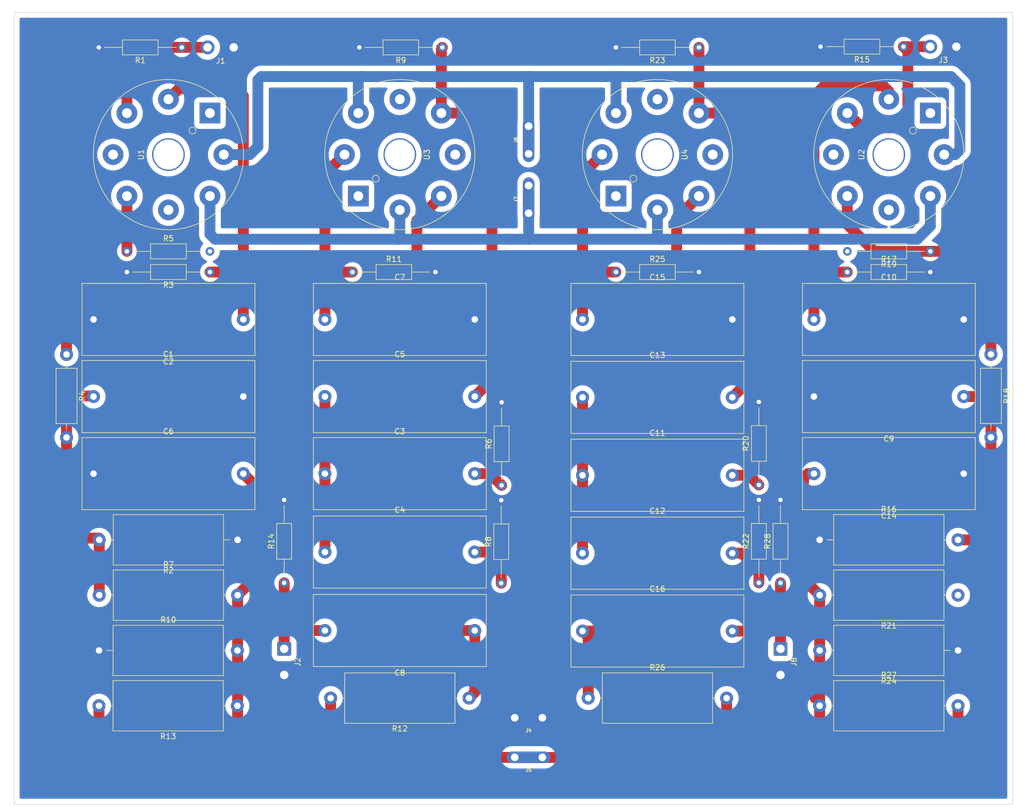
<source format=kicad_pcb>
(kicad_pcb (version 20211014) (generator pcbnew)
  (layers (0 "F.Cu" signal) (31 "B.Cu" signal) (34 "B.Paste" user) (35 "F.Paste" user) (36 "B.SilkS" user "B.Silkscreen") (37 "F.SilkS" user "F.Silkscreen") (38 "B.Mask" user) (39 "F.Mask" user) (44 "Edge.Cuts" user))
  (net 0 "")
  (net 1 "Net-(C1-Pad1)")
  (net 2 "GND")
  (net 3 "Net-(C2-Pad1)")
  (net 4 "Net-(C3-Pad1)")
  (net 5 "Net-(C3-Pad2)")
  (net 6 "Net-(C4-Pad2)")
  (net 7 "Net-(C5-Pad2)")
  (net 8 "Net-(C6-Pad2)")
  (net 9 "Net-(C7-Pad1)")
  (net 10 "Net-(C8-Pad1)")
  (net 11 "Net-(C8-Pad2)")
  (net 12 "Net-(C9-Pad1)")
  (net 13 "Net-(C10-Pad1)")
  (net 14 "Net-(C11-Pad1)")
  (net 15 "Net-(C11-Pad2)")
  (net 16 "Net-(C12-Pad2)")
  (net 17 "Net-(C13-Pad2)")
  (net 18 "Net-(C14-Pad2)")
  (net 19 "Net-(C15-Pad1)")
  (net 20 "Net-(C16-Pad1)")
  (net 21 "Net-(C16-Pad2)")
  (net 22 "Net-(J1-Pad2)")
  (net 23 "Net-(J3-Pad2)")
  (net 24 "350V")
  (net 25 "6.3Vac")
  (net 26 "0Vac")
  (net 27 "Net-(R4-Pad1)")
  (net 29 "Net-(R18-Pad1)")
  (footprint "Connector_Wire:SolderWire-0.75sqmm_1x02_P4.8mm_D1.25mm_OD2.3mm" (layer "F.Cu") (at 232.564821 31.85 180)
    (fp_text reference "J3" (at 2.4 -2.47) (layer "F.SilkS"))
    (fp_text value "In Righ")
    (pad "1" thru_hole roundrect locked (at 0 0 180) (size 2.55 2.55) (drill 1.55) (layers *.Cu *.Mask) (roundrect_rratio 0.098039) (net 2 "GND"))
    (pad "2" thru_hole circle locked (at 4.8 0 180) (size 2.55 2.55) (drill 1.55) (layers *.Cu *.Mask) (net 23 "Net-(J3-Pad2)"))
  )
  (footprint "Capacitor_THT:C_Rect_L31.5mm_W13.0mm_P27.50mm_MKS4" (layer "F.Cu") (at 233.92 96.078677 180)
    (fp_text reference "C9" (at 13.75 -7.75) (layer "F.SilkS"))
    (fp_text value "47uF/350V")
    (pad "1" thru_hole circle locked (at 0 0 180) (size 2.4 2.4) (drill 1.2) (layers *.Cu *.Mask) (net 12 "Net-(C9-Pad1)"))
    (pad "2" thru_hole circle locked (at 27.5 0 180) (size 2.4 2.4) (drill 1.2) (layers *.Cu *.Mask) (net 2 "GND"))
  )
  (footprint "Capacitor_THT:C_Rect_L31.5mm_W13.0mm_P27.50mm_MKS4" (layer "F.Cu") (at 101.67 81.926413 180)
    (fp_text reference "C2" (at 13.75 -7.75) (layer "F.SilkS"))
    (fp_text value "47Uf")
    (pad "1" thru_hole circle locked (at 0 0 180) (size 2.4 2.4) (drill 1.2) (layers *.Cu *.Mask) (net 3 "Net-(C2-Pad1)"))
    (pad "2" thru_hole circle locked (at 27.5 0 180) (size 2.4 2.4) (drill 1.2) (layers *.Cu *.Mask) (net 2 "GND"))
  )
  (footprint "Capacitor_THT:C_Rect_L31.5mm_W13.0mm_P27.50mm_MKS4" (layer "F.Cu") (at 163.94 124.830412)
    (fp_text reference "C12" (at 13.75 -7.75) (layer "F.SilkS"))
    (fp_text value "3.3nF")
    (pad "1" thru_hole circle locked (at 0 0) (size 2.4 2.4) (drill 1.2) (layers *.Cu *.Mask) (net 14 "Net-(C11-Pad1)"))
    (pad "2" thru_hole circle locked (at 27.5 0) (size 2.4 2.4) (drill 1.2) (layers *.Cu *.Mask) (net 16 "Net-(C12-Pad2)"))
  )
  (footprint "Resistor_THT:R_Axial_DIN0922_L20.0mm_D9.0mm_P25.40mm_Horizontal" (layer "F.Cu") (at 75.18 142.69)
    (fp_text reference "R10" (at 12.7 -5.62) (layer "F.SilkS"))
    (fp_text value "100K/5W")
    (pad "1" thru_hole circle locked (at 0 0) (size 2.4 2.4) (drill 1.2) (layers *.Cu *.Mask) (net 2 "GND"))
    (pad "2" thru_hole oval locked (at 25.4 0) (size 2.4 2.4) (drill 1.2) (layers *.Cu *.Mask) (net 8 "Net-(C6-Pad2)"))
  )
  (footprint "Capacitor_THT:C_Rect_L31.5mm_W13.0mm_P27.50mm_MKS4" (layer "F.Cu") (at 163.94 96.227746)
    (fp_text reference "C13" (at 13.75 -7.75) (layer "F.SilkS"))
    (fp_text value "47nf")
    (pad "1" thru_hole circle locked (at 0 0) (size 2.4 2.4) (drill 1.2) (layers *.Cu *.Mask) (net 14 "Net-(C11-Pad1)"))
    (pad "2" thru_hole circle locked (at 27.5 0) (size 2.4 2.4) (drill 1.2) (layers *.Cu *.Mask) (net 17 "Net-(C13-Pad2)"))
  )
  (footprint "Resistor_THT:R_Axial_DIN0207_L6.3mm_D2.5mm_P15.24mm_Horizontal" (layer "F.Cu") (at 95.54 73.223081 180)
    (fp_text reference "R3" (at 7.62 -2.37) (layer "F.SilkS"))
    (fp_text value "2.7K")
    (pad "1" thru_hole circle locked (at 0 0 180) (size 1.6 1.6) (drill 0.8) (layers *.Cu *.Mask) (net 3 "Net-(C2-Pad1)"))
    (pad "2" thru_hole oval locked (at 15.24 0 180) (size 1.6 1.6) (drill 0.8) (layers *.Cu *.Mask) (net 2 "GND"))
  )
  (footprint "Resistor_THT:R_Axial_DIN0207_L6.3mm_D2.5mm_P15.24mm_Horizontal" (layer "F.Cu") (at 109.17 130.28 90)
    (fp_text reference "R14" (at 7.62 -2.37 90) (layer "F.SilkS"))
    (fp_text value "1M")
    (pad "1" thru_hole circle locked (at 0 0 90) (size 1.6 1.6) (drill 0.8) (layers *.Cu *.Mask) (net 11 "Net-(C8-Pad2)"))
    (pad "2" thru_hole oval locked (at 15.24 0 90) (size 1.6 1.6) (drill 0.8) (layers *.Cu *.Mask) (net 2 "GND"))
  )
  (footprint "Resistor_THT:R_Axial_DIN0207_L6.3mm_D2.5mm_P15.24mm_Horizontal" (layer "F.Cu") (at 227.79 69.423081 180)
    (fp_text reference "R19" (at 7.62 -2.37) (layer "F.SilkS"))
    (fp_text value "200K")
    (pad "1" thru_hole circle locked (at 0 0 180) (size 1.6 1.6) (drill 0.8) (layers *.Cu *.Mask) (net 29 "Net-(R18-Pad1)"))
    (pad "2" thru_hole oval locked (at 15.24 0 180) (size 1.6 1.6) (drill 0.8) (layers *.Cu *.Mask))
  )
  (footprint "Capacitor_THT:C_Rect_L31.5mm_W13.0mm_P27.50mm_MKS4" (layer "F.Cu") (at 116.65 96.079191)
    (fp_text reference "C5" (at 13.75 -7.75) (layer "F.SilkS"))
    (fp_text value "47nf")
    (pad "1" thru_hole circle locked (at 0 0) (size 2.4 2.4) (drill 1.2) (layers *.Cu *.Mask) (net 4 "Net-(C3-Pad1)"))
    (pad "2" thru_hole circle locked (at 27.5 0) (size 2.4 2.4) (drill 1.2) (layers *.Cu *.Mask) (net 7 "Net-(C5-Pad2)"))
  )
  (footprint "Resistor_THT:R_Axial_DIN0207_L6.3mm_D2.5mm_P15.24mm_Horizontal" (layer "F.Cu") (at 90.378168 31.98 180)
    (fp_text reference "R1" (at 7.62 -2.37) (layer "F.SilkS"))
    (fp_text value "47K")
    (pad "1" thru_hole circle locked (at 0 0 180) (size 1.6 1.6) (drill 0.8) (layers *.Cu *.Mask) (net 22 "Net-(J1-Pad2)"))
    (pad "2" thru_hole oval locked (at 15.24 0 180) (size 1.6 1.6) (drill 0.8) (layers *.Cu *.Mask) (net 2 "GND"))
  )
  (footprint "Resistor_THT:R_Axial_DIN0922_L20.0mm_D9.0mm_P25.40mm_Horizontal" (layer "F.Cu") (at 100.62 122.384747 180)
    (fp_text reference "R2" (at 12.7 -5.62) (layer "F.SilkS"))
    (fp_text value "100K/5W")
    (pad "1" thru_hole circle locked (at 0 0 180) (size 2.4 2.4) (drill 1.2) (layers *.Cu *.Mask) (net 2 "GND"))
    (pad "2" thru_hole oval locked (at 25.4 0 180) (size 2.4 2.4) (drill 1.2) (layers *.Cu *.Mask) (net 1 "Net-(C1-Pad1)"))
  )
  (footprint "Valve:Valve_Octal" (layer "F.Cu") (at 122.78 59.28 -90)
    (fp_text reference "U3" (at -7.62 -12.62 90) (layer "F.SilkS"))
    (fp_text value "6J5")
    (pad "" thru_hole circle locked (at -7.62 -7.62 270) (size 6 6) (drill 5.5) (layers *.Cu *.Mask))
    (pad "1" thru_hole rect locked (at 0 0 270) (size 3.81 3.81) (drill 1.8) (layers *.Cu *.Mask))
    (pad "2" thru_hole circle locked (at 2.54 -7.62 270) (size 3.81 3.81) (drill 1.8) (layers *.Cu *.Mask) (net 26 "0Vac"))
    (pad "3" thru_hole circle locked (at 0 -15.24 270) (size 3.81 3.81) (drill 1.8) (layers *.Cu *.Mask) (net 10 "Net-(C8-Pad1)"))
    (pad "4" thru_hole circle locked (at -7.62 -17.78 270) (size 3.81 3.81) (drill 1.8) (layers *.Cu *.Mask))
    (pad "5" thru_hole circle locked (at -15.24 -15.24 270) (size 3.81 3.81) (drill 1.8) (layers *.Cu *.Mask) (net 7 "Net-(C5-Pad2)"))
    (pad "6" thru_hole circle locked (at -17.78 -7.62 270) (size 3.81 3.81) (drill 1.8) (layers *.Cu *.Mask))
    (pad "7" thru_hole circle locked (at -15.24 0 270) (size 3.81 3.81) (drill 1.8) (layers *.Cu *.Mask) (net 25 "6.3Vac"))
    (pad "8" thru_hole circle locked (at -7.62 2.54 270) (size 3.81 3.81) (drill 1.8) (layers *.Cu *.Mask) (net 9 "Net-(C7-Pad1)"))
  )
  (footprint "Resistor_THT:R_Axial_DIN0922_L20.0mm_D9.0mm_P25.40mm_Horizontal" (layer "F.Cu") (at 232.87 132.535469 180)
    (fp_text reference "R21" (at 12.7 -5.62) (layer "F.SilkS"))
    (fp_text value "10K/5W")
    (pad "1" thru_hole circle locked (at 0 0 180) (size 2.4 2.4) (drill 1.2) (layers *.Cu *.Mask) (net 12 "Net-(C9-Pad1)"))
    (pad "2" thru_hole oval locked (at 25.4 0 180) (size 2.4 2.4) (drill 1.2) (layers *.Cu *.Mask) (net 18 "Net-(C14-Pad2)"))
  )
  (footprint "Custom Library:Spade Conector 6.3mm TE_1217861" (layer "F.Cu") (at 154.045 59.88 90)
    (fp_text reference "J7" (at -0.01 -2.31 90) (layer "F.SilkS") (effects (font (size 0.640353 0.640353))))
    (fp_text value "Heater" hide)
    (pad "1" thru_hole oval (at -2.54 0 90) (size 5 2.1) (drill 1.4 (offset 1 0)) (layers *.Cu *.Mask) (net 26 "0Vac"))
    (pad "1" thru_hole oval (at 2.54 0 90) (size 5 2.1) (drill 1.4 (offset -1 0)) (layers *.Cu *.Mask) (net 26 "0Vac"))
  )
  (footprint "Resistor_THT:R_Axial_DIN0207_L6.3mm_D2.5mm_P15.24mm_Horizontal" (layer "F.Cu") (at 200.28 130.28 90)
    (fp_text reference "R28" (at 7.62 -2.37 90) (layer "F.SilkS"))
    (fp_text value "1M")
    (pad "1" thru_hole circle locked (at 0 0 90) (size 1.6 1.6) (drill 0.8) (layers *.Cu *.Mask) (net 21 "Net-(C16-Pad2)"))
    (pad "2" thru_hole oval locked (at 15.24 0 90) (size 1.6 1.6) (drill 0.8) (layers *.Cu *.Mask) (net 2 "GND"))
  )
  (footprint "Valve:Valve_Octal" (layer "F.Cu") (at 170.07 59.28 -90)
    (fp_text reference "U4" (at -7.62 -12.62 90) (layer "F.SilkS"))
    (fp_text value "6J5")
    (pad "" thru_hole circle locked (at -7.62 -7.62 270) (size 6 6) (drill 5.5) (layers *.Cu *.Mask))
    (pad "1" thru_hole rect locked (at 0 0 270) (size 3.81 3.81) (drill 1.8) (layers *.Cu *.Mask))
    (pad "2" thru_hole circle locked (at 2.54 -7.62 270) (size 3.81 3.81) (drill 1.8) (layers *.Cu *.Mask) (net 26 "0Vac"))
    (pad "3" thru_hole circle locked (at 0 -15.24 270) (size 3.81 3.81) (drill 1.8) (layers *.Cu *.Mask) (net 20 "Net-(C16-Pad1)"))
    (pad "4" thru_hole circle locked (at -7.62 -17.78 270) (size 3.81 3.81) (drill 1.8) (layers *.Cu *.Mask))
    (pad "5" thru_hole circle locked (at -15.24 -15.24 270) (size 3.81 3.81) (drill 1.8) (layers *.Cu *.Mask) (net 17 "Net-(C13-Pad2)"))
    (pad "6" thru_hole circle locked (at -17.78 -7.62 270) (size 3.81 3.81) (drill 1.8) (layers *.Cu *.Mask))
    (pad "7" thru_hole circle locked (at -15.24 0 270) (size 3.81 3.81) (drill 1.8) (layers *.Cu *.Mask) (net 25 "6.3Vac"))
    (pad "8" thru_hole circle locked (at -7.62 2.54 270) (size 3.81 3.81) (drill 1.8) (layers *.Cu *.Mask) (net 19 "Net-(C15-Pad1)"))
  )
  (footprint "Connector_Wire:SolderWire-0.75sqmm_1x02_P4.8mm_D1.25mm_OD2.3mm" (layer "F.Cu") (at 200.28 142.39 -90)
    (fp_text reference "J8" (at 2.4 -2.47 90) (layer "F.SilkS"))
    (fp_text value "Out Right")
    (pad "1" thru_hole roundrect locked (at 0 0 270) (size 2.55 2.55) (drill 1.55) (layers *.Cu *.Mask) (roundrect_rratio 0.098039) (net 21 "Net-(C16-Pad2)"))
    (pad "2" thru_hole circle locked (at 4.8 0 270) (size 2.55 2.55) (drill 1.55) (layers *.Cu *.Mask) (net 2 "GND"))
  )
  (footprint "Custom Library:Spade Conector 6.3mm TE_1217861" (layer "F.Cu") (at 154.0275 162.31135 180)
    (fp_text reference "J5" (at -0.01 -2.31) (layer "F.SilkS") (effects (font (size 0.640353 0.640353))))
    (fp_text value "350V" hide)
    (pad "1" thru_hole oval (at -2.54 0 180) (size 5 2.1) (drill 1.4 (offset 1 0)) (layers *.Cu *.Mask) (net 24 "350V"))
    (pad "1" thru_hole oval (at 2.54 0 180) (size 5 2.1) (drill 1.4 (offset -1 0)) (layers *.Cu *.Mask) (net 24 "350V"))
  )
  (footprint "Resistor_THT:R_Axial_DIN0922_L20.0mm_D9.0mm_P25.40mm_Horizontal" (layer "F.Cu") (at 75.22 132.537525)
    (fp_text reference "R7" (at 12.7 -5.62) (layer "F.SilkS"))
    (fp_text value "10K/5W")
    (pad "1" thru_hole circle locked (at 0 0) (size 2.4 2.4) (drill 1.2) (layers *.Cu *.Mask) (net 1 "Net-(C1-Pad1)"))
    (pad "2" thru_hole oval locked (at 25.4 0) (size 2.4 2.4) (drill 1.2) (layers *.Cu *.Mask) (net 8 "Net-(C6-Pad2)"))
  )
  (footprint "Capacitor_THT:C_Rect_L31.5mm_W13.0mm_P27.50mm_MKS4" (layer "F.Cu") (at 163.94 81.926413)
    (fp_text reference "C15" (at 13.75 -7.75) (layer "F.SilkS"))
    (fp_text value "47UF")
    (pad "1" thru_hole circle locked (at 0 0) (size 2.4 2.4) (drill 1.2) (layers *.Cu *.Mask) (net 19 "Net-(C15-Pad1)"))
    (pad "2" thru_hole circle locked (at 27.5 0) (size 2.4 2.4) (drill 1.2) (layers *.Cu *.Mask) (net 2 "GND"))
  )
  (footprint "Capacitor_THT:C_Rect_L31.5mm_W13.0mm_P27.50mm_MKS4" (layer "F.Cu") (at 116.65 124.632339)
    (fp_text reference "C4" (at 13.75 -7.75) (layer "F.SilkS"))
    (fp_text value "3.3nF")
    (pad "1" thru_hole circle locked (at 0 0) (size 2.4 2.4) (drill 1.2) (layers *.Cu *.Mask) (net 4 "Net-(C3-Pad1)"))
    (pad "2" thru_hole circle locked (at 27.5 0) (size 2.4 2.4) (drill 1.2) (layers *.Cu *.Mask) (net 6 "Net-(C4-Pad2)"))
  )
  (footprint "Resistor_THT:R_Axial_DIN0411_L9.9mm_D3.6mm_P15.24mm_Horizontal" (layer "F.Cu") (at 238.911492 88.33 -90)
    (fp_text reference "R18" (at 7.62 -2.92 90) (layer "F.SilkS"))
    (fp_text value "250K/1W")
    (pad "1" thru_hole circle locked (at 0 0 270) (size 2.4 2.4) (drill 1.2) (layers *.Cu *.Mask) (net 29 "Net-(R18-Pad1)"))
    (pad "2" thru_hole oval locked (at 15.24 0 270) (size 2.4 2.4) (drill 1.2) (layers *.Cu *.Mask) (net 12 "Net-(C9-Pad1)"))
  )
  (footprint "Capacitor_THT:C_Rect_L31.5mm_W13.0mm_P27.50mm_MKS4" (layer "F.Cu") (at 74.17 110.231969)
    (fp_text reference "C6" (at 13.75 -7.75) (layer "F.SilkS"))
    (fp_text value "220uF/350V")
    (pad "1" thru_hole circle locked (at 0 0) (size 2.4 2.4) (drill 1.2) (layers *.Cu *.Mask) (net 2 "GND"))
    (pad "2" thru_hole circle locked (at 27.5 0) (size 2.4 2.4) (drill 1.2) (layers *.Cu *.Mask) (net 8 "Net-(C6-Pad2)"))
  )
  (footprint "Resistor_THT:R_Axial_DIN0922_L20.0mm_D9.0mm_P25.40mm_Horizontal" (layer "F.Cu") (at 207.47 122.383205)
    (fp_text reference "R16" (at 12.7 -5.62) (layer "F.SilkS"))
    (fp_text value "100K/5W")
    (pad "1" thru_hole circle locked (at 0 0) (size 2.4 2.4) (drill 1.2) (layers *.Cu *.Mask) (net 2 "GND"))
    (pad "2" thru_hole oval locked (at 25.4 0) (size 2.4 2.4) (drill 1.2) (layers *.Cu *.Mask) (net 12 "Net-(C9-Pad1)"))
  )
  (footprint "Resistor_THT:R_Axial_DIN0207_L6.3mm_D2.5mm_P15.24mm_Horizontal" (layer "F.Cu") (at 80.3 69.423081)
    (fp_text reference "R5" (at 7.62 -2.37) (layer "F.SilkS"))
    (fp_text value "200K")
    (pad "1" thru_hole circle locked (at 0 0) (size 1.6 1.6) (drill 0.8) (layers *.Cu *.Mask) (net 27 "Net-(R4-Pad1)"))
    (pad "2" thru_hole oval locked (at 15.24 0) (size 1.6 1.6) (drill 0.8) (layers *.Cu *.Mask))
  )
  (footprint "Capacitor_THT:C_Rect_L31.5mm_W13.0mm_P27.50mm_MKS4" (layer "F.Cu") (at 233.92 110.230941 180)
    (fp_text reference "C14" (at 13.75 -7.75) (layer "F.SilkS"))
    (fp_text value "220uF/350V")
    (pad "1" thru_hole circle locked (at 0 0 180) (size 2.4 2.4) (drill 1.2) (layers *.Cu *.Mask) (net 2 "GND"))
    (pad "2" thru_hole circle locked (at 27.5 0 180) (size 2.4 2.4) (drill 1.2) (layers *.Cu *.Mask) (net 18 "Net-(C14-Pad2)"))
  )
  (footprint "Capacitor_THT:C_Rect_L31.5mm_W13.0mm_P27.50mm_MKS4" (layer "F.Cu") (at 206.42 81.926413)
    (fp_text reference "C10" (at 13.75 -7.75) (layer "F.SilkS"))
    (fp_text value "47Uf")
    (pad "1" thru_hole circle locked (at 0 0) (size 2.4 2.4) (drill 1.2) (layers *.Cu *.Mask) (net 13 "Net-(C10-Pad1)"))
    (pad "2" thru_hole circle locked (at 27.5 0) (size 2.4 2.4) (drill 1.2) (layers *.Cu *.Mask) (net 2 "GND"))
  )
  (footprint "Connector_Wire:SolderWire-0.75sqmm_1x02_P4.8mm_D1.25mm_OD2.3mm" (layer "F.Cu") (at 109.17 142.39 -90)
    (fp_text reference "J2" (at 2.4 -2.47 90) (layer "F.SilkS"))
    (fp_text value "Out Left")
    (pad "1" thru_hole roundrect locked (at 0 0 270) (size 2.55 2.55) (drill 1.55) (layers *.Cu *.Mask) (roundrect_rratio 0.098039) (net 11 "Net-(C8-Pad2)"))
    (pad "2" thru_hole circle locked (at 4.8 0 270) (size 2.55 2.55) (drill 1.55) (layers *.Cu *.Mask) (net 2 "GND"))
  )
  (footprint "Resistor_THT:R_Axial_DIN0207_L6.3mm_D2.5mm_P15.24mm_Horizontal" (layer "F.Cu") (at 222.862899 31.85 180)
    (fp_text reference "R15" (at 7.62 -2.37) (layer "F.SilkS"))
    (fp_text value "47K")
    (pad "1" thru_hole circle locked (at 0 0 180) (size 1.6 1.6) (drill 0.8) (layers *.Cu *.Mask) (net 23 "Net-(J3-Pad2)"))
    (pad "2" thru_hole oval locked (at 15.24 0 180) (size 1.6 1.6) (drill 0.8) (layers *.Cu *.Mask) (net 2 "GND"))
  )
  (footprint "Resistor_THT:R_Axial_DIN0207_L6.3mm_D2.5mm_P15.24mm_Horizontal" (layer "F.Cu") (at 170.07 73.223081)
    (fp_text reference "R25" (at 7.62 -2.37) (layer "F.SilkS"))
    (fp_text value "1K")
    (pad "1" thru_hole circle locked (at 0 0) (size 1.6 1.6) (drill 0.8) (layers *.Cu *.Mask) (net 19 "Net-(C15-Pad1)"))
    (pad "2" thru_hole oval locked (at 15.24 0) (size 1.6 1.6) (drill 0.8) (layers *.Cu *.Mask) (net 2 "GND"))
  )
  (footprint "Capacitor_THT:C_Rect_L31.5mm_W13.0mm_P27.50mm_MKS4" (layer "F.Cu") (at 74.17 96.079191)
    (fp_text reference "C1" (at 13.75 -7.75) (layer "F.SilkS"))
    (fp_text value "47uF/350V")
    (pad "1" thru_hole circle locked (at 0 0) (size 2.4 2.4) (drill 1.2) (layers *.Cu *.Mask) (net 1 "Net-(C1-Pad1)"))
    (pad "2" thru_hole circle locked (at 27.5 0) (size 2.4 2.4) (drill 1.2) (layers *.Cu *.Mask) (net 2 "GND"))
  )
  (footprint "Capacitor_THT:C_Rect_L31.5mm_W13.0mm_P27.50mm_MKS4" (layer "F.Cu") (at 116.65 110.231969)
    (fp_text reference "C3" (at 13.75 -7.75) (layer "F.SilkS"))
    (fp_text value "10nF")
    (pad "1" thru_hole circle locked (at 0 0) (size 2.4 2.4) (drill 1.2) (layers *.Cu *.Mask) (net 4 "Net-(C3-Pad1)"))
    (pad "2" thru_hole circle locked (at 27.5 0) (size 2.4 2.4) (drill 1.2) (layers *.Cu *.Mask) (net 5 "Net-(C3-Pad2)"))
  )
  (footprint "Resistor_THT:R_Axial_DIN0207_L6.3mm_D2.5mm_P15.24mm_Horizontal" (layer "F.Cu") (at 149.09 112.383081 90)
    (fp_text reference "R6" (at 7.62 -2.37 90) (layer "F.SilkS"))
    (fp_text value "32K")
    (pad "1" thru_hole circle locked (at 0 0 90) (size 1.6 1.6) (drill 0.8) (layers *.Cu *.Mask) (net 5 "Net-(C3-Pad2)"))
    (pad "2" thru_hole oval locked (at 15.24 0 90) (size 1.6 1.6) (drill 0.8) (layers *.Cu *.Mask) (net 2 "GND"))
  )
  (footprint "Resistor_THT:R_Axial_DIN0411_L9.9mm_D3.6mm_P15.24mm_Horizontal" (layer "F.Cu") (at 69.21 88.351746 -90)
    (fp_text reference "R4" (at 7.62 -2.92 90) (layer "F.SilkS"))
    (fp_text value "250K/1W")
    (pad "1" thru_hole circle locked (at 0 0 270) (size 2.4 2.4) (drill 1.2) (layers *.Cu *.Mask) (net 27 "Net-(R4-Pad1)"))
    (pad "2" thru_hole oval locked (at 15.24 0 270) (size 2.4 2.4) (drill 1.2) (layers *.Cu *.Mask) (net 1 "Net-(C1-Pad1)"))
  )
  (footprint "Resistor_THT:R_Axial_DIN0922_L20.0mm_D9.0mm_P25.40mm_Horizontal" (layer "F.Cu") (at 100.57 152.84 180)
    (fp_text reference "R13" (at 12.7 -5.62) (layer "F.SilkS"))
    (fp_text value "4.7K/5W")
    (pad "1" thru_hole circle locked (at 0 0 180) (size 2.4 2.4) (drill 1.2) (layers *.Cu *.Mask) (net 8 "Net-(C6-Pad2)"))
    (pad "2" thru_hole oval locked (at 25.4 0 180) (size 2.4 2.4) (drill 1.2) (layers *.Cu *.Mask) (net 24 "350V"))
  )
  (footprint "Valve:Valve_Octal" (layer "F.Cu") (at 95.54 44.04 90)
    (fp_text reference "U1" (at -7.62 -12.62 90) (layer "F.SilkS"))
    (fp_text value "6SF5")
    (pad "" thru_hole circle locked (at -7.62 -7.62 90) (size 6 6) (drill 5.5) (layers *.Cu *.Mask))
    (pad "1" thru_hole rect locked (at 0 0 90) (size 3.81 3.81) (drill 1.8) (layers *.Cu *.Mask))
    (pad "2" thru_hole circle locked (at 2.54 -7.62 90) (size 3.81 3.81) (drill 1.8) (layers *.Cu *.Mask) (net 3 "Net-(C2-Pad1)"))
    (pad "3" thru_hole circle locked (at 0 -15.24 90) (size 3.81 3.81) (drill 1.8) (layers *.Cu *.Mask) (net 22 "Net-(J1-Pad2)"))
    (pad "4" thru_hole circle locked (at -7.62 -17.78 90) (size 3.81 3.81) (drill 1.8) (layers *.Cu *.Mask))
    (pad "5" thru_hole circle locked (at -15.24 -15.24 90) (size 3.81 3.81) (drill 1.8) (layers *.Cu *.Mask) (net 27 "Net-(R4-Pad1)"))
    (pad "6" thru_hole circle locked (at -17.78 -7.62 90) (size 3.81 3.81) (drill 1.8) (layers *.Cu *.Mask))
    (pad "7" thru_hole circle locked (at -15.24 0 90) (size 3.81 3.81) (drill 1.8) (layers *.Cu *.Mask) (net 26 "0Vac"))
    (pad "8" thru_hole circle locked (at -7.62 2.54 90) (size 3.81 3.81) (drill 1.8) (layers *.Cu *.Mask) (net 25 "6.3Vac"))
  )
  (footprint "Resistor_THT:R_Axial_DIN0922_L20.0mm_D9.0mm_P25.40mm_Horizontal" (layer "F.Cu") (at 143.1 151.433081 180)
    (fp_text reference "R12" (at 12.7 -5.62) (layer "F.SilkS"))
    (fp_text value "22K/5W")
    (pad "1" thru_hole circle locked (at 0 0 180) (size 2.4 2.4) (drill 1.2) (layers *.Cu *.Mask) (net 10 "Net-(C8-Pad1)"))
    (pad "2" thru_hole oval locked (at 25.4 0 180) (size 2.4 2.4) (drill 1.2) (layers *.Cu *.Mask) (net 8 "Net-(C6-Pad2)"))
  )
  (footprint "Resistor_THT:R_Axial_DIN0922_L20.0mm_D9.0mm_P25.40mm_Horizontal" (layer "F.Cu") (at 207.47 152.84)
    (fp_text reference "R27" (at 12.7 -5.62) (layer "F.SilkS"))
    (fp_text value "4.7K/5W")
    (pad "1" thru_hole circle locked (at 0 0) (size 2.4 2.4) (drill 1.2) (layers *.Cu *.Mask) (net 18 "Net-(C14-Pad2)"))
    (pad "2" thru_hole oval locked (at 25.4 0) (size 2.4 2.4) (drill 1.2) (layers *.Cu *.Mask) (net 24 "350V"))
  )
  (footprint "Connector_Wire:SolderWire-0.75sqmm_1x02_P4.8mm_D1.25mm_OD2.3mm" (layer "F.Cu") (at 99.91 31.98 180)
    (fp_text reference "J1" (at 2.4 -2.47) (layer "F.SilkS"))
    (fp_text value "In Left")
    (pad "1" thru_hole roundrect locked (at 0 0 180) (size 2.55 2.55) (drill 1.55) (layers *.Cu *.Mask) (roundrect_rratio 0.098039) (net 2 "GND"))
    (pad "2" thru_hole circle locked (at 4.8 0 180) (size 2.55 2.55) (drill 1.55) (layers *.Cu *.Mask) (net 22 "Net-(J1-Pad2)"))
  )
  (footprint "Resistor_THT:R_Axial_DIN0922_L20.0mm_D9.0mm_P25.40mm_Horizontal" (layer "F.Cu") (at 164.99 151.433081)
    (fp_text reference "R26" (at 12.7 -5.62) (layer "F.SilkS"))
    (fp_text value "22K/5W")
    (pad "1" thru_hole circle locked (at 0 0) (size 2.4 2.4) (drill 1.2) (layers *.Cu *.Mask) (net 20 "Net-(C16-Pad1)"))
    (pad "2" thru_hole oval locked (at 25.4 0) (size 2.4 2.4) (drill 1.2) (layers *.Cu *.Mask) (net 18 "Net-(C14-Pad2)"))
  )
  (footprint "Resistor_THT:R_Axial_DIN0922_L20.0mm_D9.0mm_P25.40mm_Horizontal" (layer "F.Cu") (at 232.87 142.687733 180)
    (fp_text reference "R24" (at 12.7 -5.62) (layer "F.SilkS"))
    (fp_text value "100K/5W")
    (pad "1" thru_hole circle locked (at 0 0 180) (size 2.4 2.4) (drill 1.2) (layers *.Cu *.Mask) (net 2 "GND"))
    (pad "2" thru_hole oval locked (at 25.4 0 180) (size 2.4 2.4) (drill 1.2) (layers *.Cu *.Mask) (net 18 "Net-(C14-Pad2)"))
  )
  (footprint "Resistor_THT:R_Axial_DIN0207_L6.3mm_D2.5mm_P15.24mm_Horizontal" (layer "F.Cu") (at 196.311875 130.28 90)
    (fp_text reference "R22" (at 7.62 -2.37 90) (layer "F.SilkS"))
    (fp_text value "1K")
    (pad "1" thru_hole circle locked (at 0 0 90) (size 1.6 1.6) (drill 0.8) (layers *.Cu *.Mask) (net 16 "Net-(C12-Pad2)"))
    (pad "2" thru_hole oval locked (at 15.24 0 90) (size 1.6 1.6) (drill 0.8) (layers *.Cu *.Mask) (net 2 "GND"))
  )
  (footprint "Resistor_THT:R_Axial_DIN0207_L6.3mm_D2.5mm_P15.24mm_Horizontal" (layer "F.Cu") (at 212.55 73.223081)
    (fp_text reference "R17" (at 7.62 -2.37) (layer "F.SilkS"))
    (fp_text value "2.7K")
    (pad "1" thru_hole circle locked (at 0 0) (size 1.6 1.6) (drill 0.8) (layers *.Cu *.Mask) (net 13 "Net-(C10-Pad1)"))
    (pad "2" thru_hole oval locked (at 15.24 0) (size 1.6 1.6) (drill 0.8) (layers *.Cu *.Mask) (net 2 "GND"))
  )
  (footprint "Custom Library:Spade Conector 6.3mm TE_1217861" (layer "F.Cu") (at 154.0275 155.05 180)
    (fp_text reference "J4" (at -0.01 -2.31) (layer "F.SilkS") (effects (font (size 0.640353 0.640353))))
    (fp_text value "GND" hide)
    (pad "1" thru_hole oval (at 2.54 0 180) (size 5 2.1) (drill 1.4 (offset -1 0)) (layers *.Cu *.Mask) (net 2 "GND"))
    (pad "1" thru_hole oval (at -2.54 0 180) (size 5 2.1) (drill 1.4 (offset 1 0)) (layers *.Cu *.Mask) (net 2 "GND"))
  )
  (footprint "Capacitor_THT:C_Rect_L31.5mm_W13.0mm_P27.50mm_MKS4" (layer "F.Cu") (at 144.15 139.032709 180)
    (fp_text reference "C8" (at 13.75 -7.75) (layer "F.SilkS"))
    (fp_text value "680NF")
    (pad "1" thru_hole circle locked (at 0 0 180) (size 2.4 2.4) (drill 1.2) (layers *.Cu *.Mask) (net 10 "Net-(C8-Pad1)"))
    (pad "2" thru_hole circle locked (at 27.5 0 180) (size 2.4 2.4) (drill 1.2) (layers *.Cu *.Mask) (net 11 "Net-(C8-Pad2)"))
  )
  (footprint "Valve:Valve_Octal" (layer "F.Cu") (at 227.79 44.04 90)
    (fp_text reference "U2" (at -7.62 -12.62 90) (layer "F.SilkS"))
    (fp_text value "6SF5")
    (pad "" thru_hole circle locked (at -7.62 -7.62 90) (size 6 6) (drill 5.5) (layers *.Cu *.Mask))
    (pad "1" thru_hole rect locked (at 0 0 90) (size 3.81 3.81) (drill 1.8) (layers *.Cu *.Mask))
    (pad "2" thru_hole circle locked (at 2.54 -7.62 90) (size 3.81 3.81) (drill 1.8) (layers *.Cu *.Mask) (net 13 "Net-(C10-Pad1)"))
    (pad "3" thru_hole circle locked (at 0 -15.24 90) (size 3.81 3.81) (drill 1.8) (layers *.Cu *.Mask) (net 23 "Net-(J3-Pad2)"))
    (pad "4" thru_hole circle locked (at -7.62 -17.78 90) (size 3.81 3.81) (drill 1.8) (layers *.Cu *.Mask))
    (pad "5" thru_hole circle locked (at -15.24 -15.24 90) (size 3.81 3.81) (drill 1.8) (layers *.Cu *.Mask) (net 29 "Net-(R18-Pad1)"))
    (pad "6" thru_hole circle locked (at -17.78 -7.62 90) (size 3.81 3.81) (drill 1.8) (layers *.Cu *.Mask))
    (pad "7" thru_hole circle locked (at -15.24 0 90) (size 3.81 3.81) (drill 1.8) (layers *.Cu *.Mask) (net 26 "0Vac"))
    (pad "8" thru_hole circle locked (at -7.62 2.54 90) (size 3.81 3.81) (drill 1.8) (layers *.Cu *.Mask) (net 25 "6.3Vac"))
  )
  (footprint "Capacitor_THT:C_Rect_L31.5mm_W13.0mm_P27.50mm_MKS4" (layer "F.Cu") (at 163.94 110.529079)
    (fp_text reference "C11" (at 13.75 -7.75) (layer "F.SilkS"))
    (fp_text value "10nF")
    (pad "1" thru_hole circle locked (at 0 0) (size 2.4 2.4) (drill 1.2) (layers *.Cu *.Mask) (net 14 "Net-(C11-Pad1)"))
    (pad "2" thru_hole circle locked (at 27.5 0) (size 2.4 2.4) (drill 1.2) (layers *.Cu *.Mask) (net 15 "Net-(C11-Pad2)"))
  )
  (footprint "Capacitor_THT:C_Rect_L31.5mm_W13.0mm_P27.50mm_MKS4" (layer "F.Cu") (at 116.65 81.926413)
    (fp_text reference "C7" (at 13.75 -7.75) (layer "F.SilkS"))
    (fp_text value "47UF")
    (pad "1" thru_hole circle locked (at 0 0) (size 2.4 2.4) (drill 1.2) (layers *.Cu *.Mask) (net 9 "Net-(C7-Pad1)"))
    (pad "2" thru_hole circle locked (at 27.5 0) (size 2.4 2.4) (drill 1.2) (layers *.Cu *.Mask) (net 2 "GND"))
  )
  (footprint "Resistor_THT:R_Axial_DIN0207_L6.3mm_D2.5mm_P15.24mm_Horizontal" (layer "F.Cu") (at 196.311875 112.31 90)
    (fp_text reference "R20" (at 7.62 -2.37 90) (layer "F.SilkS"))
    (fp_text value "32K")
    (pad "1" thru_hole circle locked (at 0 0 90) (size 1.6 1.6) (drill 0.8) (layers *.Cu *.Mask) (net 15 "Net-(C11-Pad2)"))
    (pad "2" thru_hole oval locked (at 15.24 0 90) (size 1.6 1.6) (drill 0.8) (layers *.Cu *.Mask) (net 2 "GND"))
  )
  (footprint "Capacitor_THT:C_Rect_L31.5mm_W13.0mm_P27.50mm_MKS4" (layer "F.Cu") (at 163.94 139.131745)
    (fp_text reference "C16" (at 13.75 -7.75) (layer "F.SilkS"))
    (fp_text value "680NF")
    (pad "1" thru_hole circle locked (at 0 0) (size 2.4 2.4) (drill 1.2) (layers *.Cu *.Mask) (net 20 "Net-(C16-Pad1)"))
    (pad "2" thru_hole circle locked (at 27.5 0) (size 2.4 2.4) (drill 1.2) (layers *.Cu *.Mask) (net 21 "Net-(C16-Pad2)"))
  )
  (footprint "Resistor_THT:R_Axial_DIN0207_L6.3mm_D2.5mm_P15.24mm_Horizontal" (layer "F.Cu") (at 185.31 31.98 180)
    (fp_text reference "R23" (at 7.62 -2.37) (layer "F.SilkS"))
    (fp_text value "1M")
    (pad "1" thru_hole circle locked (at 0 0 180) (size 1.6 1.6) (drill 0.8) (layers *.Cu *.Mask) (net 17 "Net-(C13-Pad2)"))
    (pad "2" thru_hole oval locked (at 15.24 0 180) (size 1.6 1.6) (drill 0.8) (layers *.Cu *.Mask) (net 2 "GND"))
  )
  (footprint "Resistor_THT:R_Axial_DIN0207_L6.3mm_D2.5mm_P15.24mm_Horizontal" (layer "F.Cu") (at 121.7 73.223081)
    (fp_text reference "R11" (at 7.62 -2.37) (layer "F.SilkS"))
    (fp_text value "1K")
    (pad "1" thru_hole circle locked (at 0 0) (size 1.6 1.6) (drill 0.8) (layers *.Cu *.Mask) (net 9 "Net-(C7-Pad1)"))
    (pad "2" thru_hole oval locked (at 15.24 0) (size 1.6 1.6) (drill 0.8) (layers *.Cu *.Mask) (net 2 "GND"))
  )
  (footprint "Resistor_THT:R_Axial_DIN0207_L6.3mm_D2.5mm_P15.24mm_Horizontal" (layer "F.Cu") (at 149.02 130.353081 90)
    (fp_text reference "R8" (at 7.62 -2.37 90) (layer "F.SilkS"))
    (fp_text value "1K")
    (pad "1" thru_hole circle locked (at 0 0 90) (size 1.6 1.6) (drill 0.8) (layers *.Cu *.Mask) (net 6 "Net-(C4-Pad2)"))
    (pad "2" thru_hole oval locked (at 15.24 0 90) (size 1.6 1.6) (drill 0.8) (layers *.Cu *.Mask) (net 2 "GND"))
  )
  (footprint "Custom Library:Spade Conector 6.3mm TE_1217861" (layer "F.Cu") (at 154.045 48.98 90)
    (fp_text reference "J6" (at -0.01 -2.31 90) (layer "F.SilkS") (effects (font (size 0.640353 0.640353))))
    (fp_text value "Heater" hide)
    (pad "1" thru_hole oval (at -2.54 0 90) (size 5 2.1) (drill 1.4 (offset 1 0)) (layers *.Cu *.Mask) (net 25 "6.3Vac"))
    (pad "1" thru_hole oval (at 2.54 0 90) (size 5 2.1) (drill 1.4 (offset -1 0)) (layers *.Cu *.Mask) (net 25 "6.3Vac"))
  )
  (footprint "Resistor_THT:R_Axial_DIN0207_L6.3mm_D2.5mm_P15.24mm_Horizontal" (layer "F.Cu") (at 138.21 31.98 180)
    (fp_text reference "R9" (at 7.62 -2.37) (layer "F.SilkS"))
    (fp_text value "1M")
    (pad "1" thru_hole circle locked (at 0 0 180) (size 1.6 1.6) (drill 0.8) (layers *.Cu *.Mask) (net 7 "Net-(C5-Pad2)"))
    (pad "2" thru_hole oval locked (at 15.24 0 180) (size 1.6 1.6) (drill 0.8) (layers *.Cu *.Mask) (net 2 "GND"))
  )
  (gr_rect (start 59.58 25.54) (end 242.92 170.92) (layer "Edge.Cuts") (width 0.1) (fill none))
  (segment (start 74.17 95.971746) (end 70.848254 95.971746) (width 2) (layer "F.Cu") (net 1))
  (segment (start 69.21 97.61) (end 69.21 103.591746) (width 2) (layer "F.Cu") (net 1))
  (segment (start 71.372412 122.062412) (end 75.22 122.062412) (width 2) (layer "F.Cu") (net 1))
  (segment (start 69.21 119.9) (end 71.372412 122.062412) (width 2) (layer "F.Cu") (net 1))
  (segment (start 75.22 132.537525) (end 75.22 122.384747) (width 2) (layer "F.Cu") (net 1))
  (segment (start 69.21 103.591746) (end 69.21 119.9) (width 2) (layer "F.Cu") (net 1))
  (segment (start 70.848254 95.971746) (end 69.21 97.61) (width 2) (layer "F.Cu") (net 1))
  (segment (start 101.67 73.43) (end 101.67 81.926413) (width 2) (layer "F.Cu") (net 3))
  (segment (start 89.87 39.55) (end 100.33 39.55) (width 2) (layer "F.Cu") (net 3))
  (segment (start 95.54 73.223081) (end 101.463081 73.223081) (width 2) (layer "F.Cu") (net 3))
  (segment (start 101.67 40.89) (end 101.67 73.43) (width 2) (layer "F.Cu") (net 3))
  (segment (start 101.463081 73.223081) (end 101.67 73.43) (width 2) (layer "F.Cu") (net 3))
  (segment (start 87.92 41.5) (end 89.87 39.55) (width 2) (layer "F.Cu") (net 3))
  (segment (start 100.33 39.55) (end 101.67 40.89) (width 2) (layer "F.Cu") (net 3))
  (segment (start 116.65 96.079191) (end 116.65 124.632339) (width 2) (layer "F.Cu") (net 4))
  (segment (start 144.15 110.231969) (end 146.938888 110.231969) (width 2) (layer "F.Cu") (net 5))
  (segment (start 146.938888 110.231969) (end 149.09 112.383081) (width 2) (layer "F.Cu") (net 5))
  (segment (start 144.15 124.632339) (end 146.352339 124.632339) (width 2) (layer "F.Cu") (net 6))
  (segment (start 146.352339 124.632339) (end 149.02 127.3) (width 2) (layer "F.Cu") (net 6))
  (segment (start 149.02 127.3) (end 149.02 130.353081) (width 2) (layer "F.Cu") (net 6))
  (segment (start 143.31 44.04) (end 138.02 44.04) (width 2) (layer "F.Cu") (net 7))
  (segment (start 147.32 92.909191) (end 147.32 48.05) (width 2) (layer "F.Cu") (net 7))
  (segment (start 144.15 96.079191) (end 147.32 92.909191) (width 2) (layer "F.Cu") (net 7))
  (segment (start 147.32 48.05) (end 143.31 44.04) (width 2) (layer "F.Cu") (net 7))
  (segment (start 138.02 44.04) (end 138.02 32.17) (width 2) (layer "F.Cu") (net 7))
  (segment (start 138.02 32.17) (end 138.21 31.98) (width 2) (layer "F.Cu") (net 7))
  (segment (start 100.62 155.42) (end 100.62 152.843081) (width 2) (layer "F.Cu") (net 8))
  (segment (start 117.7 151.433081) (end 117.7 155.66) (width 2) (layer "F.Cu") (net 8))
  (segment (start 100.62 132.537525) (end 104.05 129.107525) (width 2) (layer "F.Cu") (net 8))
  (segment (start 116.84 156.52) (end 101.72 156.52) (width 2) (layer "F.Cu") (net 8))
  (segment (start 117.7 155.66) (end 116.84 156.52) (width 2) (layer "F.Cu") (net 8))
  (segment (start 100.62 152.843081) (end 100.62 148.22) (width 2) (layer "F.Cu") (net 8))
  (segment (start 104.05 129.107525) (end 104.05 112.611969) (width 2) (layer "F.Cu") (net 8))
  (segment (start 100.62 148.22) (end 100.62 142.463081) (width 2) (layer "F.Cu") (net 8))
  (segment (start 104.05 112.611969) (end 101.67 110.231969) (width 2) (layer "F.Cu") (net 8))
  (segment (start 100.62 132.537525) (end 100.62 142.690303) (width 2) (layer "F.Cu") (net 8))
  (segment (start 101.72 156.52) (end 100.62 155.42) (width 2) (layer "F.Cu") (net 8))
  (segment (start 121.7 73.223081) (end 117.233081 73.223081) (width 2) (layer "F.Cu") (net 9))
  (segment (start 117.233081 73.223081) (end 116.65 72.64) (width 2) (layer "F.Cu") (net 9))
  (segment (start 116.65 72.64) (end 116.65 55.25) (width 2) (layer "F.Cu") (net 9))
  (segment (start 116.65 81.926413) (end 116.65 72.64) (width 2) (layer "F.Cu") (net 9))
  (segment (start 116.65 55.25) (end 120.24 51.66) (width 2) (layer "F.Cu") (net 9))
  (segment (start 144.15 139.032709) (end 144.15 150.383081) (width 2) (layer "F.Cu") (net 10))
  (segment (start 133.53 63.77) (end 133.53 127.09) (width 2) (layer "F.Cu") (net 10))
  (segment (start 136.162709 139.032709) (end 144.15 139.032709) (width 2) (layer "F.Cu") (net 10))
  (segment (start 144.15 150.383081) (end 143.1 151.433081) (width 2) (layer "F.Cu") (net 10))
  (segment (start 133.53 127.09) (end 133.53 136.4) (width 2) (layer "F.Cu") (net 10))
  (segment (start 133.53 136.4) (end 136.162709 139.032709) (width 2) (layer "F.Cu") (net 10))
  (segment (start 133.53 127.09) (end 133.53 128.54) (width 2) (layer "F.Cu") (net 10))
  (segment (start 138.02 59.28) (end 133.53 63.77) (width 2) (layer "F.Cu") (net 10))
  (segment (start 109.172709 139.032709) (end 109.17 139.03) (width 2) (layer "F.Cu") (net 11))
  (segment (start 109.17 130.28) (end 109.17 142.39) (width 2) (layer "F.Cu") (net 11))
  (segment (start 109.17 139.03) (end 109.17 142.39) (width 2) (layer "F.Cu") (net 11))
  (segment (start 116.65 139.032709) (end 109.172709 139.032709) (width 2) (layer "F.Cu") (net 11))
  (segment (start 238.911492 103.57) (end 238.911492 121.238508) (width 2) (layer "F.Cu") (net 12))
  (segment (start 238.258677 96.078677) (end 233.92 96.078677) (width 2) (layer "F.Cu") (net 12))
  (segment (start 238.911492 96.731492) (end 238.258677 96.078677) (width 2) (layer "F.Cu") (net 12))
  (segment (start 238.911492 103.57) (end 238.911492 96.731492) (width 2) (layer "F.Cu") (net 12))
  (segment (start 238.911492 121.238508) (end 237.766795 122.383205) (width 2) (layer "F.Cu") (net 12))
  (segment (start 237.766795 122.383205) (end 233.43 122.383205) (width 2) (layer "F.Cu") (net 12))
  (segment (start 220.17 40.07) (end 220.17 41.5) (width 2) (layer "F.Cu") (net 13))
  (segment (start 206.42 81.926413) (end 206.42 74.27) (width 2) (layer "F.Cu") (net 13))
  (segment (start 219.15 39.05) (end 220.17 40.07) (width 2) (layer "F.Cu") (net 13))
  (segment (start 206.42 40.94) (end 208.31 39.05) (width 2) (layer "F.Cu") (net 13))
  (segment (start 212.55 73.223081) (end 207.466919 73.223081) (width 2) (layer "F.Cu") (net 13))
  (segment (start 206.42 74.27) (end 206.42 40.94) (width 2) (layer "F.Cu") (net 13))
  (segment (start 208.31 39.05) (end 219.15 39.05) (width 2) (layer "F.Cu") (net 13))
  (segment (start 207.466919 73.223081) (end 206.42 74.27) (width 2) (layer "F.Cu") (net 13))
  (segment (start 163.94 96.227746) (end 163.94 124.830412) (width 2) (layer "F.Cu") (net 14))
  (segment (start 191.44 110.529079) (end 194.530954 110.529079) (width 2) (layer "F.Cu") (net 15))
  (segment (start 194.530954 110.529079) (end 196.311875 112.31) (width 2) (layer "F.Cu") (net 15))
  (segment (start 193.140412 124.830412) (end 196.311875 128.001875) (width 2) (layer "F.Cu") (net 16))
  (segment (start 196.311875 128.001875) (end 196.311875 130.28) (width 2) (layer "F.Cu") (net 16))
  (segment (start 191.44 124.830412) (end 193.140412 124.830412) (width 2) (layer "F.Cu") (net 16))
  (segment (start 194.67 92.997746) (end 194.67 47.63) (width 2) (layer "F.Cu") (net 17))
  (segment (start 194.67 47.63) (end 191.08 44.04) (width 2) (layer "F.Cu") (net 17))
  (segment (start 191.08 44.04) (end 185.31 44.04) (width 2) (layer "F.Cu") (net 17))
  (segment (start 191.44 96.227746) (end 194.67 92.997746) (width 2) (layer "F.Cu") (net 17))
  (segment (start 185.31 31.98) (end 185.31 44.04) (width 2) (layer "F.Cu") (net 17))
  (segment (start 206.96 156.69) (end 190.85 156.69) (width 2) (layer "F.Cu") (net 18))
  (segment (start 190.85 156.69) (end 190.39 156.23) (width 2) (layer "F.Cu") (net 18))
  (segment (start 207.47 152.84) (end 207.47 150.58) (width 2) (layer "F.Cu") (net 18))
  (segment (start 190.39 156.23) (end 190.39 151.433081) (width 2) (layer "F.Cu") (net 18))
  (segment (start 207.47 152.84) (end 207.47 156.18) (width 2) (layer "F.Cu") (net 18))
  (segment (start 207.47 156.18) (end 206.96 156.69) (width 2) (layer "F.Cu") (net 18))
  (segment (start 207.47 132.535469) (end 204.5 129.565469) (width 2) (layer "F.Cu") (net 18))
  (segment (start 204.5 129.565469) (end 204.5 111) (width 2) (layer "F.Cu") (net 18))
  (segment (start 206.616919 151.433081) (end 207.47 150.58) (width 2) (layer "F.Cu") (net 18))
  (segment (start 205.269059 110.230941) (end 206.42 110.230941) (width 2) (layer "F.Cu") (net 18))
  (segment (start 204.5 111) (end 205.269059 110.230941) (width 2) (layer "F.Cu") (net 18))
  (segment (start 207.47 150.58) (end 207.47 132.535469) (width 2) (layer "F.Cu") (net 18))
  (segment (start 170.07 73.223081) (end 164.763081 73.223081) (width 2) (layer "F.Cu") (net 19))
  (segment (start 163.94 81.926413) (end 163.94 72.4) (width 2) (layer "F.Cu") (net 19))
  (segment (start 163.94 72.4) (end 163.94 55.25) (width 2) (layer "F.Cu") (net 19))
  (segment (start 163.94 55.25) (end 167.53 51.66) (width 2) (layer "F.Cu") (net 19))
  (segment (start 164.763081 73.223081) (end 163.94 72.4) (width 2) (layer "F.Cu") (net 19))
  (segment (start 164.99 140.181745) (end 163.94 139.131745) (width 2) (layer "F.Cu") (net 20))
  (segment (start 185.31 59.28) (end 181.22 63.37) (width 2) (layer "F.Cu") (net 20))
  (segment (start 181.22 135.78) (end 177.868255 139.131745) (width 2) (layer "F.Cu") (net 20))
  (segment (start 164.99 151.433081) (end 164.99 140.181745) (width 2) (layer "F.Cu") (net 20))
  (segment (start 177.868255 139.131745) (end 163.94 139.131745) (width 2) (layer "F.Cu") (net 20))
  (segment (start 181.22 63.37) (end 181.22 135.78) (width 2) (layer "F.Cu") (net 20))
  (segment (start 200.28 130.28) (end 200.28 142.39) (width 2) (layer "F.Cu") (net 21))
  (segment (start 191.44 139.131745) (end 200.178255 139.131745) (width 2) (layer "F.Cu") (net 21))
  (segment (start 200.28 142.39) (end 200.28 139.03) (width 2) (layer "F.Cu") (net 21))
  (segment (start 200.178255 139.131745) (end 200.28 139.03) (width 2) (layer "F.Cu") (net 21))
  (segment (start 80.3 34.4) (end 82.72 31.98) (width 2) (layer "F.Cu") (net 22))
  (segment (start 80.3 44.04) (end 80.3 34.4) (width 2) (layer "F.Cu") (net 22))
  (segment (start 82.72 31.98) (end 95.11 31.98) (width 2) (layer "F.Cu") (net 22))
  (segment (start 223.32 46.73) (end 223.67 46.38) (width 2) (layer "F.Cu") (net 23))
  (segment (start 223.67 46.38) (end 223.67 32.657101) (width 2) (layer "F.Cu") (net 23))
  (segment (start 215.24 46.73) (end 223.32 46.73) (width 2) (layer "F.Cu") (net 23))
  (segment (start 212.55 44.04) (end 215.24 46.73) (width 2) (layer "F.Cu") (net 23))
  (segment (start 227.764821 31.85) (end 222.862899 31.85) (width 2) (layer "F.Cu") (net 23))
  (segment (start 223.67 32.657101) (end 222.862899 31.85) (width 2) (layer "F.Cu") (net 23))
  (segment (start 232.9 161.75) (end 232.87 161.72) (width 2) (layer "F.Cu") (net 24))
  (segment (start 75.17 152.84) (end 75.17 161.57) (width 2) (layer "F.Cu") (net 24))
  (segment (start 232.87 161.72) (end 232.87 152.84) (width 2) (layer "F.Cu") (net 24))
  (segment (start 75.17 161.57) (end 75.92 162.32) (width 2) (layer "F.Cu") (net 24))
  (segment (start 75.92 162.32) (end 154.55 162.32) (width 2) (layer "F.Cu") (net 24))
  (segment (start 232.31 162.34) (end 232.9 161.75) (width 2) (layer "F.Cu") (net 24))
  (segment (start 154.2461 162.34) (end 232.31 162.34) (width 2) (layer "F.Cu") (net 24))
  (segment (start 170.07 37.39) (end 170.12 37.34) (width 2) (layer "B.Cu") (net 25))
  (segment (start 170.12 37.34) (end 231.6 37.34) (width 2) (layer "B.Cu") (net 25))
  (segment (start 152.91 37.34) (end 123.42 37.34) (width 2) (layer "B.Cu") (net 25))
  (segment (start 98.08 51.66) (end 102.87 51.66) (width 2) (layer "B.Cu") (net 25))
  (segment (start 170.07 44.04) (end 170.07 37.39) (width 2) (layer "B.Cu") (net 25))
  (segment (start 231.6 37.34) (end 233.21 38.95) (width 2) (layer "B.Cu") (net 25))
  (segment (start 154.12 37.34) (end 170.12 37.34) (width 2) (layer "B.Cu") (net 25))
  (segment (start 109.6 37.34) (end 104.96 37.34) (width 2) (layer "B.Cu") (net 25))
  (segment (start 104.96 37.34) (end 104.34 37.96) (width 2) (layer "B.Cu") (net 25))
  (segment (start 232.34 51.66) (end 230.33 51.66) (width 2) (layer "B.Cu") (net 25))
  (segment (start 104.34 50.19) (end 102.87 51.66) (width 2) (layer "B.Cu") (net 25))
  (segment (start 122.78 37.98) (end 123.42 37.34) (width 2) (layer "B.Cu") (net 25))
  (segment (start 154.045 48.98) (end 154.045 37.415) (width 2) (layer "B.Cu") (net 25))
  (segment (start 233.21 50.79) (end 232.34 51.66) (width 2) (layer "B.Cu") (net 25))
  (segment (start 233.21 38.95) (end 233.21 50.79) (width 2) (layer "B.Cu") (net 25))
  (segment (start 104.34 37.96) (end 104.34 50.19) (width 2) (layer "B.Cu") (net 25))
  (segment (start 109.6 37.34) (end 123.42 37.34) (width 2) (layer "B.Cu") (net 25))
  (segment (start 152.91 37.34) (end 154.12 37.34) (width 2) (layer "B.Cu") (net 25))
  (segment (start 122.78 44.04) (end 122.78 37.98) (width 2) (layer "B.Cu") (net 25))
  (segment (start 154.045 37.415) (end 154.12 37.34) (width 2) (layer "B.Cu") (net 25))
  (segment (start 150.24 67.2) (end 154.03 67.2) (width 2) (layer "B.Cu") (net 26))
  (segment (start 177.69 61.82) (end 177.69 66.88) (width 2) (layer "B.Cu") (net 26))
  (segment (start 130.24 67.2) (end 96.48 67.2) (width 2) (layer "B.Cu") (net 26))
  (segment (start 154.03 67.2) (end 178.01 67.2) (width 2) (layer "B.Cu") (net 26))
  (segment (start 130.4 67.04) (end 130.24 67.2) (width 2) (layer "B.Cu") (net 26))
  (segment (start 177.69 66.88) (end 178.01 67.2) (width 2) (layer "B.Cu") (net 26))
  (segment (start 96.48 67.2) (end 95.54 66.26) (width 2) (layer "B.Cu") (net 26))
  (segment (start 95.54 66.26) (end 95.54 59.28) (width 2) (layer "B.Cu") (net 26))
  (segment (start 154.045 67.185) (end 154.03 67.2) (width 2) (layer "B.Cu") (net 26))
  (segment (start 178.01 67.2) (end 225.38 67.2) (width 2) (layer "B.Cu") (net 26))
  (segment (start 130.4 61.82) (end 130.4 67.04) (width 2) (layer "B.Cu") (net 26))
  (segment (start 154.045 59.88) (end 154.045 67.185) (width 2) (layer "B.Cu") (net 26))
  (segment (start 225.38 67.2) (end 227.79 64.79) (width 2) (layer "B.Cu") (net 26))
  (segment (start 227.79 64.79) (end 227.79 59.28) (width 2) (layer "B.Cu") (net 26))
  (segment (start 130.24 67.2) (end 150.24 67.2) (width 2) (layer "B.Cu") (net 26))
  (segment (start 69.21 88.351746) (end 69.21 65.58) (width 2) (layer "F.Cu") (net 27))
  (segment (start 80.3 64.68) (end 80.3 69.423081) (width 2) (layer "F.Cu") (net 27))
  (segment (start 80.3 59.28) (end 80.3 64.68) (width 2) (layer "F.Cu") (net 27))
  (segment (start 69.21 65.58) (end 70.11 64.68) (width 2) (layer "F.Cu") (net 27))
  (segment (start 70.11 64.68) (end 80.3 64.68) (width 2) (layer "F.Cu") (net 27))
  (segment (start 238.911492 88.33) (end 238.911492 70.141492) (width 2) (layer "F.Cu") (net 29))
  (segment (start 238.911492 70.141492) (end 238.193081 69.423081) (width 2) (layer "F.Cu") (net 29))
  (segment (start 217.493081 69.423081) (end 212.55 64.48) (width 2) (layer "F.Cu") (net 29))
  (segment (start 238.193081 69.423081) (end 227.79 69.423081) (width 2) (layer "F.Cu") (net 29))
  (segment (start 227.79 69.423081) (end 217.493081 69.423081) (width 2) (layer "F.Cu") (net 29))
  (segment (start 212.55 64.48) (end 212.55 59.28) (width 2) (layer "F.Cu") (net 29))
  (zone (net 2) (net_name "GND") (layer "B.Cu") (connect_pads yes (clearance 1)) (min_thickness 0.508) (fill yes (thermal_gap 0.508) (thermal_bridge_width 0.508))
    (polygon (pts (xy 244.99 23.97) (xy 244.99 172.37) (xy 57 171.68) (xy 58.03 23.28)))
  )
)
</source>
